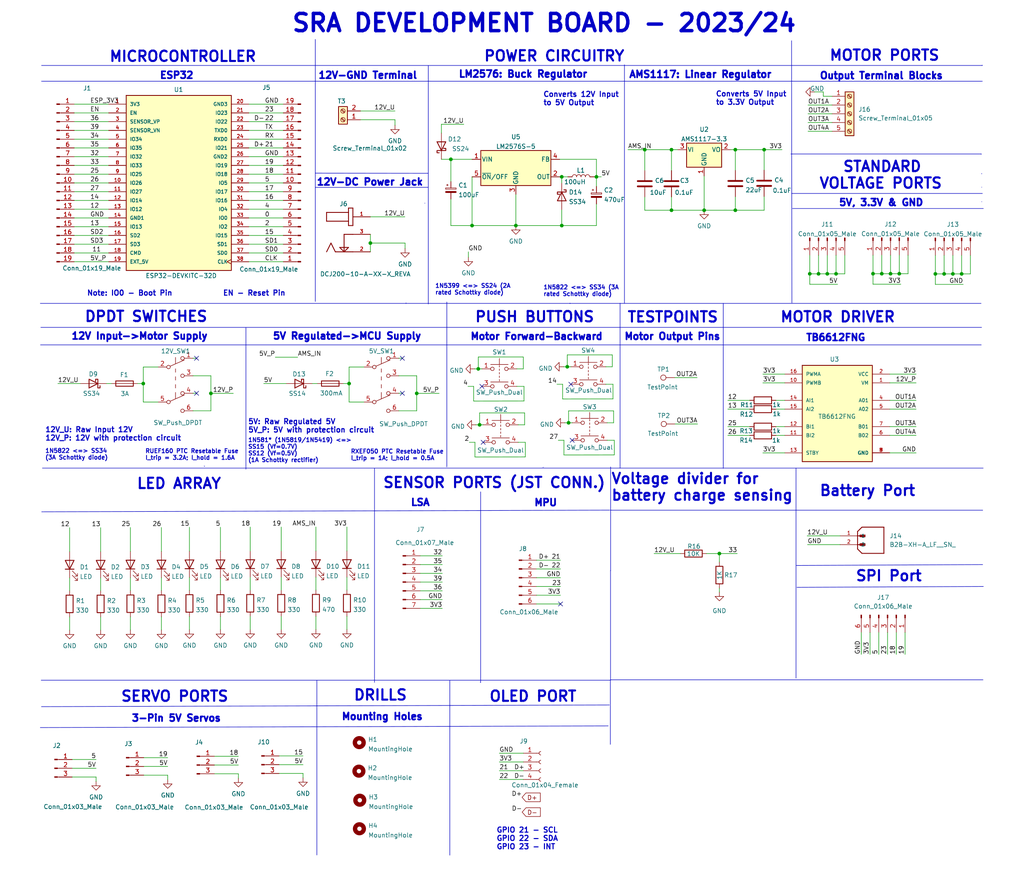
<source format=kicad_sch>
(kicad_sch (version 20231120) (generator "eeschema") (generator_version "8.0")
  (paper "User" 297.002 259.994)
  (junction (at 164.5158 106.426))
  (junction (at 186.9948 43.434))
  (junction (at 239.9284 79.4512))
  (junction (at 162.9156 51.308))
  (junction (at 276.352 79.4766))
  (junction (at 61.1632 114.1476))
  (junction (at 260.8072 79.4258))
  (junction (at 213.2584 43.434))
  (junction (at 204.216 61.0108))
  (junction (at 271.272 79.4766))
  (junction (at 130.7592 46.228))
  (junction (at 120.8532 114.1476))
  (junction (at 213.2584 61.0108))
  (junction (at 255.7272 79.4258))
  (junction (at 258.2672 79.4258))
  (junction (at 107.4166 70.5358))
  (junction (at 194.7418 43.434))
  (junction (at 101.2444 111.3028))
  (junction (at 234.8484 79.4512))
  (junction (at 253.1872 79.4258))
  (junction (at 273.812 79.4766))
  (junction (at 162.9156 65.4558))
  (junction (at 149.606 65.4558))
  (junction (at 242.4684 79.4512))
  (junction (at 237.3884 79.4512))
  (junction (at 208.6356 160.6296))
  (junction (at 172.974 51.308))
  (junction (at 139.0904 123.2662))
  (junction (at 221.615 43.434))
  (junction (at 136.906 65.4558))
  (junction (at 138.7094 107.0356))
  (junction (at 278.892 79.4766))
  (junction (at 41.5544 111.3028))
  (junction (at 164.8968 122.682))
  (junction (at 194.7418 61.0108))
  (no_connect (at 116.6876 114.1222))
  (no_connect (at 140.1318 128.3462))
  (no_connect (at 56.9976 114.1222))
  (no_connect (at 162.56 175.26))
  (no_connect (at 56.9976 103.9622))
  (no_connect (at 116.6876 103.9622))
  (no_connect (at 165.9382 127.762))
  (no_connect (at 139.7508 112.1156))
  (no_connect (at 165.5572 111.506))
  (wire (pts (xy 115.6716 103.9622) (xy 116.6876 103.9622)))
  (polyline (pts (xy 230.8574 135.8392) (xy 230.8574 196.7992)))
  (wire (pts (xy 86.3346 103.6574) (xy 79.8322 103.6574)))
  (wire (pts (xy 221.615 56.9976) (xy 221.615 61.0108)))
  (polyline (pts (xy 370.1796 138.2014) (xy 370.205 138.2014)))
  (wire (pts (xy 54.9402 167.5638) (xy 54.9402 171.2976)))
  (wire (pts (xy 163.1696 111.506) (xy 163.1696 115.7732)))
  (wire (pts (xy 61.1632 114.1476) (xy 67.6656 114.1476)))
  (wire (pts (xy 72.5678 159.893) (xy 72.5678 152.9334)))
  (wire (pts (xy 163.449 106.426) (xy 164.5158 106.426)))
  (wire (pts (xy 258.064 108.5596) (xy 265.684 108.5596)))
  (wire (pts (xy 281.432 79.4766) (xy 281.432 74.1172)))
  (wire (pts (xy 46.8122 160.02) (xy 46.8122 153.0604)))
  (wire (pts (xy 253.1872 79.4258) (xy 255.7272 79.4258)))
  (wire (pts (xy 164.5158 106.426) (xy 164.5158 102.9716)))
  (wire (pts (xy 21.5138 35.306) (xy 31.5214 35.306)))
  (polyline (pts (xy 229.362 44.6786) (xy 284.5816 44.6786)))
  (wire (pts (xy 225.044 118.7196) (xy 227.584 118.7196)))
  (wire (pts (xy 163.5506 127.762) (xy 163.5506 132.0292)))
  (wire (pts (xy 249.7836 183.5404) (xy 249.7836 189.8904)))
  (wire (pts (xy 72.5678 178.8668) (xy 72.5678 182.6768)))
  (wire (pts (xy 258.2672 79.4258) (xy 260.8072 79.4258)))
  (wire (pts (xy 177.7746 111.506) (xy 175.7172 111.506)))
  (polyline (pts (xy 124.206 19.05) (xy 124.206 88.2142)))
  (wire (pts (xy 276.352 79.4766) (xy 278.892 79.4766)))
  (wire (pts (xy 137.7442 128.3462) (xy 137.7442 132.6134)))
  (wire (pts (xy 72.5678 167.513) (xy 72.5678 171.2468)))
  (wire (pts (xy 128.016 46.228) (xy 130.7592 46.228)))
  (wire (pts (xy 20.193 160.0708) (xy 20.193 153.1112)))
  (wire (pts (xy 237.3884 79.4512) (xy 239.9284 79.4512)))
  (wire (pts (xy 208.6356 160.6296) (xy 213.8172 160.6296)))
  (polyline (pts (xy 181.102 18.796) (xy 181.102 87.9602)))
  (wire (pts (xy 41.5544 106.5022) (xy 41.5544 111.3028)))
  (wire (pts (xy 90.6018 111.3028) (xy 91.9734 111.3028)))
  (wire (pts (xy 254.8636 183.5404) (xy 254.8636 189.8904)))
  (wire (pts (xy 162.9156 60.8076) (xy 162.9156 65.4558)))
  (wire (pts (xy 172.974 59.182) (xy 172.974 65.4558)))
  (wire (pts (xy 271.272 74.1172) (xy 271.272 79.4766)))
  (wire (pts (xy 138.7094 107.0356) (xy 139.7508 107.0356)))
  (wire (pts (xy 55.9816 109.0422) (xy 61.1632 109.0422)))
  (wire (pts (xy 29.1846 167.6908) (xy 29.1846 171.4246)))
  (wire (pts (xy 234.0864 155.4988) (xy 243.6368 155.4988)))
  (wire (pts (xy 41.6814 222.4024) (xy 48.641 222.4024)))
  (wire (pts (xy 139.0904 123.2662) (xy 139.0904 119.8118)))
  (wire (pts (xy 164.5158 102.9716) (xy 177.5714 102.9716)))
  (wire (pts (xy 234.188 158.0388) (xy 243.6368 158.0388)))
  (wire (pts (xy 258.2672 74.0664) (xy 258.2672 79.4258)))
  (polyline (pts (xy 71.3232 95.0722) (xy 71.3232 136.1694)))
  (wire (pts (xy 221.234 111.0996) (xy 227.584 111.0996)))
  (wire (pts (xy 21.5138 50.546) (xy 31.5214 50.546)))
  (wire (pts (xy 260.8072 74.0664) (xy 260.8072 79.4258)))
  (wire (pts (xy 130.7592 65.4558) (xy 136.906 65.4558)))
  (wire (pts (xy 48.641 224.9424) (xy 48.641 226.2124)))
  (wire (pts (xy 162.9156 51.308) (xy 164.6936 51.308)))
  (wire (pts (xy 72.1614 60.706) (xy 82.169 60.706)))
  (wire (pts (xy 21.5138 75.946) (xy 31.5214 75.946)))
  (wire (pts (xy 258.064 111.0996) (xy 265.684 111.0996)))
  (polyline (pts (xy 284.7086 54.3052) (xy 284.7086 54.3306)))
  (wire (pts (xy 130.7592 46.228) (xy 136.906 46.228)))
  (polyline (pts (xy 284.5816 44.6786) (xy 284.5816 44.7802)))
  (wire (pts (xy 241.3 33.02) (xy 234.3404 33.02)))
  (wire (pts (xy 238.76 26.67) (xy 238.76 27.94)))
  (polyline (pts (xy 177.0634 197.3326) (xy 177.0634 165.5826)))
  (wire (pts (xy 195.8086 123.0376) (xy 202.311 123.0376)))
  (wire (pts (xy 107.4166 62.9158) (xy 117.4242 62.9158)))
  (wire (pts (xy 155.6004 162.56) (xy 162.56 162.56)))
  (wire (pts (xy 99.5934 111.3028) (xy 101.2444 111.3028)))
  (wire (pts (xy 135.8392 73.0758) (xy 135.8392 74.6506)))
  (polyline (pts (xy 91.4146 54.3814) (xy 124.206 54.356)))
  (wire (pts (xy 260.8072 79.4258) (xy 263.3472 79.4258)))
  (wire (pts (xy 100.6094 178.8414) (xy 100.6094 182.6514)))
  (wire (pts (xy 178.1556 127.762) (xy 176.0982 127.762)))
  (wire (pts (xy 241.3 38.1) (xy 234.3404 38.1)))
  (polyline (pts (xy 230.9368 164.084) (xy 284.988 163.83)))
  (wire (pts (xy 72.1614 55.626) (xy 82.169 55.626)))
  (wire (pts (xy 213.2584 57.0738) (xy 213.2584 61.0108)))
  (wire (pts (xy 163.83 122.682) (xy 164.8968 122.682)))
  (wire (pts (xy 149.606 56.388) (xy 149.606 65.4558)))
  (wire (pts (xy 234.8484 79.4512) (xy 234.8484 82.4992)))
  (wire (pts (xy 164.8968 119.2276) (xy 177.9524 119.2276)))
  (polyline (pts (xy 12.0904 148.5138) (xy 176.784 148.0312)))
  (wire (pts (xy 164.8968 122.682) (xy 164.8968 119.2276)))
  (wire (pts (xy 41.6814 219.8624) (xy 48.641 219.8624)))
  (wire (pts (xy 138.7094 103.5812) (xy 151.765 103.5812)))
  (wire (pts (xy 152.3492 132.588) (xy 152.3492 128.3462)))
  (wire (pts (xy 149.606 65.4558) (xy 162.9156 65.4558)))
  (wire (pts (xy 225.044 123.7996) (xy 227.584 123.7996)))
  (wire (pts (xy 178.1556 132.0038) (xy 178.1556 127.762)))
  (wire (pts (xy 72.1614 42.926) (xy 82.169 42.926)))
  (wire (pts (xy 63.9318 167.5638) (xy 63.9318 171.2976)))
  (wire (pts (xy 172.974 51.308) (xy 172.974 54.102)))
  (wire (pts (xy 278.892 79.4766) (xy 281.432 79.4766)))
  (wire (pts (xy 117.475 70.5358) (xy 117.475 72.1106)))
  (wire (pts (xy 114.554 34.7472) (xy 114.554 36.322)))
  (wire (pts (xy 120.8532 109.0422) (xy 120.8532 114.1476)))
  (polyline (pts (xy 229.5652 56.134) (xy 284.9118 56.134)))
  (wire (pts (xy 41.5544 116.6622) (xy 45.8216 116.6622)))
  (polyline (pts (xy 12.0396 23.5712) (xy 284.8864 23.5712)))
  (wire (pts (xy 63.9318 159.9438) (xy 63.9318 152.9842)))
  (wire (pts (xy 55.9816 114.1222) (xy 56.9976 114.1222)))
  (polyline (pts (xy 139.3952 142.7226) (xy 139.3952 198.0184)))
  (wire (pts (xy 186.9948 43.434) (xy 194.7418 43.434)))
  (wire (pts (xy 273.812 74.1172) (xy 273.812 79.4766)))
  (wire (pts (xy 175.7172 106.426) (xy 177.5714 106.426)))
  (wire (pts (xy 271.272 79.4766) (xy 273.812 79.4766)))
  (wire (pts (xy 255.7272 74.0664) (xy 255.7272 79.4258)))
  (polyline (pts (xy 12.2936 135.8392) (xy 285.1404 135.8392)))
  (wire (pts (xy 130.7592 57.7596) (xy 130.7592 65.4558)))
  (wire (pts (xy 72.1614 53.086) (xy 82.169 53.086)))
  (wire (pts (xy 46.8122 167.64) (xy 46.8122 171.3738)))
  (wire (pts (xy 121.92 173.99) (xy 128.27 173.99)))
  (wire (pts (xy 211.074 116.1796) (xy 217.424 116.1796)))
  (wire (pts (xy 234.8484 79.4512) (xy 237.3884 79.4512)))
  (wire (pts (xy 139.0904 119.8118) (xy 152.146 119.8118)))
  (wire (pts (xy 100.6094 159.8676) (xy 100.6094 152.908)))
  (wire (pts (xy 172.974 46.228) (xy 172.974 51.308)))
  (wire (pts (xy 21.5138 40.386) (xy 31.5214 40.386)))
  (polyline (pts (xy 12.0142 205.0542) (xy 176.7078 204.5716)))
  (wire (pts (xy 41.6814 224.9424) (xy 48.641 224.9424)))
  (wire (pts (xy 135.7122 112.1156) (xy 137.3632 112.1156)))
  (wire (pts (xy 120.8532 114.1476) (xy 127.3556 114.1476)))
  (wire (pts (xy 241.3 35.56) (xy 234.3404 35.56)))
  (wire (pts (xy 21.5138 60.706) (xy 31.5214 60.706)))
  (wire (pts (xy 172.974 65.4558) (xy 162.9156 65.4558)))
  (wire (pts (xy 80.9244 221.8944) (xy 87.884 221.8944)))
  (wire (pts (xy 186.9948 61.0108) (xy 194.7418 61.0108)))
  (wire (pts (xy 149.9108 107.0356) (xy 151.765 107.0356)))
  (wire (pts (xy 177.7746 115.7478) (xy 177.7746 111.506)))
  (wire (pts (xy 55.9816 103.9622) (xy 56.9976 103.9622)))
  (wire (pts (xy 172.974 51.308) (xy 174.3964 51.308)))
  (wire (pts (xy 137.6426 107.0356) (xy 138.7094 107.0356)))
  (wire (pts (xy 155.6004 170.18) (xy 162.56 170.18)))
  (wire (pts (xy 91.6178 178.8414) (xy 91.6178 182.6514)))
  (wire (pts (xy 258.064 116.1796) (xy 265.684 116.1796)))
  (wire (pts (xy 213.2584 43.434) (xy 221.615 43.434)))
  (wire (pts (xy 271.272 79.4766) (xy 271.272 82.5246)))
  (wire (pts (xy 107.4166 67.9958) (xy 107.4166 70.5358)))
  (wire (pts (xy 155.6004 165.1) (xy 162.56 165.1)))
  (wire (pts (xy 121.92 176.53) (xy 128.27 176.53)))
  (wire (pts (xy 72.1614 68.326) (xy 82.169 68.326)))
  (wire (pts (xy 20.9042 222.9358) (xy 27.8638 222.9358)))
  (wire (pts (xy 54.9402 159.9438) (xy 54.9402 152.9842)))
  (wire (pts (xy 37.8206 160.02) (xy 37.8206 153.0604)))
  (polyline (pts (xy 124.206 54.356) (xy 124.206 54.356)))
  (polyline (pts (xy 124.206 50.292) (xy 124.206 50.292)))
  (wire (pts (xy 72.1614 50.546) (xy 82.169 50.546)))
  (wire (pts (xy 177.9524 119.2276) (xy 177.9524 122.682)))
  (wire (pts (xy 237.3884 74.0918) (xy 237.3884 79.4512)))
  (wire (pts (xy 258.064 126.3396) (xy 265.684 126.3396)))
  (wire (pts (xy 208.6356 160.6296) (xy 204.9272 160.6296)))
  (wire (pts (xy 151.9682 116.3574) (xy 151.9682 112.1156)))
  (wire (pts (xy 257.4036 183.5404) (xy 257.4036 189.8904)))
  (wire (pts (xy 72.1614 45.466) (xy 82.169 45.466)))
  (wire (pts (xy 239.9284 74.0918) (xy 239.9284 79.4512)))
  (wire (pts (xy 204.216 51.054) (xy 204.216 61.0108)))
  (wire (pts (xy 258.064 123.7996) (xy 265.684 123.7996)))
  (wire (pts (xy 91.6178 167.4876) (xy 91.6178 171.2214)))
  (wire (pts (xy 20.193 179.0446) (xy 20.193 182.8546)))
  (polyline (pts (xy 229.5652 11.811) (xy 229.6668 87.884)))
  (wire (pts (xy 213.2584 61.0108) (xy 221.615 61.0108)))
  (wire (pts (xy 255.7272 79.4258) (xy 258.2672 79.4258)))
  (wire (pts (xy 151.765 226.187) (xy 144.8054 226.187)))
  (wire (pts (xy 45.8216 106.5022) (xy 41.5544 106.5022)))
  (wire (pts (xy 139.0904 123.2662) (xy 140.1318 123.2662)))
  (wire (pts (xy 137.3632 116.3828) (xy 151.9682 116.3574)))
  (wire (pts (xy 130.7592 46.228) (xy 130.7592 52.6796)))
  (polyline (pts (xy 12.0396 18.9992) (xy 284.8864 18.9992)))
  (wire (pts (xy 172.3136 51.308) (xy 172.974 51.308)))
  (wire (pts (xy 120.8532 114.1476) (xy 120.8532 119.2022)))
  (polyline (pts (xy 11.938 197.3834) (xy 177.0126 197.3834)))
  (wire (pts (xy 21.5138 37.846) (xy 31.5214 37.846)))
  (wire (pts (xy 62.1792 224.536) (xy 69.1388 224.536)))
  (polyline (pts (xy 284.734 58.5216) (xy 284.734 58.547)))
  (wire (pts (xy 105.5116 106.5022) (xy 101.2444 106.5022)))
  (polyline (pts (xy 231.14 170.434) (xy 285.1912 170.18)))
  (wire (pts (xy 61.1632 109.0422) (xy 61.1632 114.1476)))
  (wire (pts (xy 258.064 131.4196) (xy 265.684 131.4196)))
  (wire (pts (xy 87.884 224.4344) (xy 87.884 225.7044)))
  (wire (pts (xy 21.5138 70.866) (xy 31.5214 70.866)))
  (polyline (pts (xy 91.8972 197.4088) (xy 91.8972 248.1072)))
  (wire (pts (xy 136.0932 128.3462) (xy 137.7442 128.3462)))
  (wire (pts (xy 253.1872 74.0664) (xy 253.1872 79.4258)))
  (wire (pts (xy 242.4684 74.0918) (xy 242.4684 79.4512)))
  (polyline (pts (xy 11.8364 94.996) (xy 284.6832 94.996)))
  (wire (pts (xy 151.765 221.107) (xy 144.8054 221.107)))
  (wire (pts (xy 155.6004 175.26) (xy 162.56 175.26)))
  (wire (pts (xy 245.0084 79.4512) (xy 245.0084 74.0918)))
  (wire (pts (xy 29.1846 179.0446) (xy 29.1846 182.8546)))
  (wire (pts (xy 225.044 116.1796) (xy 227.584 116.1796)))
  (wire (pts (xy 21.5138 45.466) (xy 31.5214 45.466)))
  (wire (pts (xy 41.5544 111.3028) (xy 41.5544 116.6622)))
  (wire (pts (xy 259.9436 183.5404) (xy 259.9436 189.8904)))
  (wire (pts (xy 225.044 126.3396) (xy 227.584 126.3396)))
  (wire (pts (xy 37.8206 178.9938) (xy 37.8206 182.8038)))
  (wire (pts (xy 138.0236 123.2662) (xy 139.0904 123.2662)))
  (wire (pts (xy 236.22 26.67) (xy 238.76 26.67)))
  (wire (pts (xy 221.234 131.4196) (xy 227.584 131.4196)))
  (polyline (pts (xy 284.7086 50.3428) (xy 284.7086 50.4444)))
  (wire (pts (xy 100.6094 167.4876) (xy 100.6094 171.2214)))
  (wire (pts (xy 128.016 36.068) (xy 134.5184 36.068)))
  (wire (pts (xy 177.5714 102.9716) (xy 177.5714 106.426)))
  (wire (pts (xy 81.5594 159.893) (xy 81.5594 152.9334)))
  (wire (pts (xy 273.812 79.4766) (xy 276.352 79.4766)))
  (polyline (pts (xy 177.0634 197.2674) (xy 285.0896 197.2674)))
  (wire (pts (xy 62.1792 221.996) (xy 69.1388 221.996)))
  (wire (pts (xy 121.92 161.29) (xy 128.27 161.29)))
  (wire (pts (xy 194.7418 61.0108) (xy 204.216 61.0108)))
  (polyline (pts (xy 209.7532 88.0364) (xy 209.7532 135.89)))
  (polyline (pts (xy 284.8864 18.8976) (xy 284.8864 18.9992)))
  (polyline (pts (xy 177.0126 216.0016) (xy 177.0126 197.3834)))
  (polyline (pts (xy 11.684 88.0364) (xy 284.5308 88.0364)))
  (wire (pts (xy 120.8532 119.2022) (xy 115.6716 119.2022)))
  (wire (pts (xy 115.6716 114.1222) (xy 116.6876 114.1222)))
  (polyline (pts (xy 179.832 87.9856) (xy 179.832 135.8392)))
  (wire (pts (xy 161.8996 127.762) (xy 163.5506 127.762)))
  (wire (pts (xy 152.3492 128.3462) (xy 150.2918 128.3462)))
  (wire (pts (xy 21.5138 55.626) (xy 31.5214 55.626)))
  (wire (pts (xy 151.765 223.647) (xy 144.8054 223.647)))
  (wire (pts (xy 20.9042 225.4758) (xy 27.8638 225.4758)))
  (wire (pts (xy 72.1614 40.386) (xy 82.169 40.386)))
  (wire (pts (xy 164.5158 106.426) (xy 165.5572 106.426)))
  (wire (pts (xy 23.2918 111.3028) (xy 16.7894 111.3028)))
  (wire (pts (xy 21.5138 68.326) (xy 31.5214 68.326)))
  (wire (pts (xy 221.615 49.3776) (xy 221.615 43.434)))
  (wire (pts (xy 137.3632 112.1156) (xy 137.3632 116.3828)))
  (wire (pts (xy 54.9402 178.9176) (xy 54.9402 182.7276)))
  (wire (pts (xy 211.074 118.7196) (xy 217.424 118.7196)))
  (wire (pts (xy 278.892 74.1172) (xy 278.892 79.4766)))
  (wire (pts (xy 72.1614 37.846) (xy 82.169 37.846)))
  (wire (pts (xy 72.1614 35.306) (xy 82.169 35.306)))
  (wire (pts (xy 150.2918 123.2662) (xy 152.146 123.2662)))
  (wire (pts (xy 29.1846 160.0708) (xy 29.1846 153.1112)))
  (wire (pts (xy 182.118 43.434) (xy 186.9948 43.434)))
  (wire (pts (xy 194.7418 43.434) (xy 196.596 43.434)))
  (polyline (pts (xy 11.684 211.1248) (xy 176.3776 210.6422)))
  (wire (pts (xy 138.7094 107.0356) (xy 138.7094 103.5812)))
  (wire (pts (xy 162.306 51.308) (xy 162.9156 51.308)))
  (wire (pts (xy 128.016 36.068) (xy 128.016 38.608)))
  (polyline (pts (xy 176.9872 148.0566) (xy 285.0134 148.0566)))
  (wire (pts (xy 72.1614 70.866) (xy 82.169 70.866)))
  (wire (pts (xy 176.0982 122.682) (xy 177.9524 122.682)))
  (wire (pts (xy 69.1388 224.536) (xy 69.1388 225.806)))
  (wire (pts (xy 72.1614 48.006) (xy 82.169 48.006)))
  (polyline (pts (xy 91.44 11.43) (xy 91.44 87.4776)))
  (wire (pts (xy 101.2444 106.5022) (xy 101.2444 111.3028)))
  (wire (pts (xy 137.7442 132.6134) (xy 152.3492 132.588)))
  (wire (pts (xy 252.3236 183.5404) (xy 252.3236 189.8904)))
  (wire (pts (xy 253.1872 82.4738) (xy 261.2644 82.4738)))
  (wire (pts (xy 62.1792 219.456) (xy 69.1388 219.456)))
  (wire (pts (xy 239.9284 79.4512) (xy 242.4684 79.4512)))
  (wire (pts (xy 136.906 65.4558) (xy 149.606 65.4558)))
  (wire (pts (xy 234.8484 74.0918) (xy 234.8484 79.4512)))
  (wire (pts (xy 211.836 43.434) (xy 213.2584 43.434)))
  (polyline (pts (xy 229.8446 60.5028) (xy 285.1912 60.5028)))
  (wire (pts (xy 21.5138 58.166) (xy 31.5214 58.166)))
  (wire (pts (xy 30.9118 111.3028) (xy 32.3088 111.3028)))
  (wire (pts (xy 186.9948 43.434) (xy 186.9948 49.5046)))
  (wire (pts (xy 161.5186 111.506) (xy 163.1696 111.506)))
  (wire (pts (xy 21.5138 32.766) (xy 31.5214 32.766)))
  (wire (pts (xy 271.272 82.5246) (xy 279.3492 82.5246)))
  (wire (pts (xy 39.9288 111.3028) (xy 41.5544 111.3028)))
  (wire (pts (xy 104.5464 34.7472) (xy 114.554 34.7472)))
  (polyline (pts (xy 177.0888 165.5064) (xy 177.0888 135.4836)))
  (wire (pts (xy 213.2584 43.434) (xy 213.2584 49.4538)))
  (wire (pts (xy 253.1872 79.4258) (xy 253.1872 82.4738)))
  (wire (pts (xy 155.6004 172.72) (xy 162.56 172.72)))
  (wire (pts (xy 163.1696 115.7732) (xy 177.7746 115.7478)))
  (wire (pts (xy 189.6872 160.6296) (xy 197.3072 160.6296)))
  (wire (pts (xy 21.5138 63.246) (xy 31.5214 63.246)))
  (wire (pts (xy 258.064 118.7196) (xy 265.684 118.7196)))
  (wire (pts (xy 208.6356 170.688) (xy 208.6356 171.8056)))
  (wire (pts (xy 61.1632 119.2022) (xy 55.9816 119.2022)))
  (wire (pts (xy 152.146 119.8118) (xy 152.146 123.2662)))
  (polyline (pts (xy 11.7348 100.076) (xy 284.5816 100.076)))
  (wire (pts (xy 151.765 218.567) (xy 144.8054 218.567)))
  (wire (pts (xy 21.5138 42.926) (xy 31.5214 42.926)))
  (wire (pts (xy 61.1632 114.1476) (xy 61.1632 119.2022)))
  (polyline (pts (xy 130.4544 197.4596) (xy 130.4544 248.158)))
  (wire (pts (xy 234.8484 82.4992) (xy 242.9256 82.4992)))
  (wire (pts (xy 21.5138 73.406) (xy 31.5214 73.406)))
  (wire (pts (xy 21.5138 48.006) (xy 31.5214 48.006)))
  (wire (pts (xy 121.92 163.83) (xy 128.27 163.83)))
  (wire (pts (xy 104.5464 32.2072) (xy 114.554 32.2072)))
  (wire (pts (xy 27.8638 225.4758) (xy 27.8638 226.7458)))
  (wire (pts (xy 276.352 74.1172) (xy 276.352 79.4766)))
  (wire (pts (xy 221.234 108.5596) (xy 227.584 108.5596)))
  (wire (pts (xy 221.615 43.434) (xy 226.7966 43.434)))
  (polyline (pts (xy 129.5908 87.63) (xy 129.5908 135.4836)))
  (wire (pts (xy 208.6356 163.068) (xy 208.6356 160.6296)))
  (wire (pts (xy 72.1614 73.406) (xy 82.169 73.406)))
  (wire (pts (xy 107.4166 70.5358) (xy 107.4166 73.0758)))
  (wire (pts (xy 121.92 171.45) (xy 128.27 171.45)))
  (polyline (pts (xy 165.4048 88.0364) (xy 165.227 88.0364)))
  (wire (pts (xy 21.5138 53.086) (xy 31.5214 53.086)))
  (wire (pts (xy 211.074 126.3396) (xy 217.424 126.3396)))
  (wire (pts (xy 72.1614 65.786) (xy 82.169 65.786)))
  (wire (pts (xy 238.76 27.94) (xy 241.3 27.94)))
  (wire (pts (xy 155.6004 167.64) (xy 162.56 167.64)))
  (wire (pts (xy 72.1614 63.246) (xy 82.169 63.246)))
  (wire (pts (xy 262.4836 183.5404) (xy 262.4836 189.8904)))
  (polyline (pts (xy 59.182 135.2804) (xy 59.3598 135.2804)))
  (wire (pts (xy 194.7418 43.434) (xy 194.7418 49.5046)))
  (wire (pts (xy 21.5138 30.226) (xy 31.5214 30.226)))
  (wire (pts (xy 101.2444 111.3028) (xy 101.2444 116.6622)))
  (wire (pts (xy 136.906 51.308) (xy 136.906 65.4558)))
  (wire (pts (xy 80.9244 224.4344) (xy 87.884 224.4344)))
  (wire (pts (xy 91.6178 159.8676) (xy 91.6178 152.908)))
  (wire (pts (xy 81.5594 167.513) (xy 81.5594 171.2468)))
  (polyline (pts (xy 139.2936 198.0184) (xy 139.3952 198.0184)))
  (wire (pts (xy 162.9156 51.308) (xy 162.9156 53.1876)))
  (wire (pts (xy 107.4166 70.5358) (xy 117.475 70.5358)))
  (wire (pts (xy 81.5594 178.8668) (xy 81.5594 182.6768)))
  (wire (pts (xy 63.9318 178.9176) (xy 63.9318 182.7276)))
  (wire (pts (xy 21.5138 65.786) (xy 31.5214 65.786)))
  (polyline (pts (xy 177.0634 165.5826) (xy 177.0888 165.5826)))
  (wire (pts (xy 82.9818 111.3028) (xy 76.4794 111.3028)))
  (wire (pts (xy 121.92 166.37) (xy 128.27 166.37)))
  (wire (pts (xy 204.216 61.0108) (xy 213.2584 61.0108)))
  (polyline (pts (xy 91.4146 50.2412) (xy 124.206 50.292)))
  (wire (pts (xy 121.92 168.91) (xy 128.27 168.91)))
  (wire (pts (xy 46.8122 178.9938) (xy 46.8122 182.8038)))
  (wire (pts (xy 20.193 167.6908) (xy 20.193 171.4246)))
  (wire (pts (xy 151.765 103.5812) (xy 151.765 107.0356)))
  (wire (pts (xy 163.5506 132.0292) (xy 178.1556 132.0038)))
  (wire (pts (xy 162.306 46.228) (xy 172.974 46.228)))
  (polyline (pts (xy 123.2154 58.928) (xy 123.2154 58.9788)))
  (wire (pts (xy 80.9244 219.3544) (xy 87.884 219.3544)))
  (wire (pts (xy 72.1614 58.166) (xy 82.169 58.166)))
  (wire (pts (xy 20.9042 220.3958) (xy 27.8638 220.3958)))
  (wire (pts (xy 263.3472 79.4258) (xy 263.3472 74.0664)))
  (wire (pts (xy 194.7418 57.1246) (xy 194.7418 61.0108)))
  (wire (pts (xy 242.4684 79.4512) (xy 245.0084 79.4512)))
  (wire (pts (xy 164.8968 122.682) (xy 165.9382 122.682)))
  (polyline (pts (xy 157.48 135.5852) (xy 157.5562 135.5852)))
  (polyline (pts (xy 117.7036 87.9348) (xy 117.8052 87.9348)))
  (wire (pts (xy 37.8206 167.64) (xy 37.8206 171.3738)))
  (wire (pts (xy 115.6716 109.0422) (xy 120.8532 109.0422)))
  (wire (pts (xy 72.1614 75.946) (xy 82.169 75.946)))
  (wire (pts (xy 186.9948 57.1246) (xy 186.9948 61.0108)))
  (polyline (pts (xy 108.6104 135.9154) (xy 108.6104 198.0184)))
  (wire (pts (xy 151.9682 112.1156) (xy 149.9108 112.1156)))
  (wire (pts (xy 72.1614 32.766) (xy 82.169 32.766)))
  (wire (pts (xy 241.3 30.48) (xy 234.3404 30.48)))
  (wire (pts (xy 195.6816 109.5756) (xy 202.184 109.5756)))
  (wire (pts (xy 211.074 123.7996) (xy 217.424 123.7996)))
  (wire (pts (xy 101.2444 116.6622) (xy 105.5116 116.6622)))
  (wire (pts (xy 72.1614 30.226) (xy 82.169 30.226)))
  (text "5V, 3.3V & GND" (at 243.1288 60.1472 0) (effects (font (size 2 2) (thickness 0.6) (bold yes)) (justify left bottom)))
  (text "RXEF050 PTC Resetable Fuse \nI_trip = 1A; I_hold = 0.5A" (at 101.6508 133.8326 0) (effects (font (size 1.2 1.2) (bold yes)) (justify left bottom)))
  (text "Mounting Holes" (at 98.9076 209.296 0) (effects (font (size 2 2) (thickness 0.6) (bold yes)) (justify left bottom)))
  (text "SRA DEVELOPMENT BOARD - 2023/24" (at 84.2772 9.8044 0) (effects (font (size 5 5) (thickness 1) (bold yes)) (justify left bottom)))
  (text "LED ARRAY" (at 39.4462 142.2654 0) (effects (font (size 3 3) (thickness 0.6) (bold yes)) (justify left bottom)))
  (text "12V_U: Raw Input 12V\n12V_P: 12V with protection circuit" (at 13.0302 128.1684 0) (effects (font (size 1.5 1.5) (bold yes)) (justify left bottom)))
  (text "12V-GND Terminal" (at 92.1512 23.2156 0) (effects (font (size 2 2) (thickness 0.6) (bold yes)) (justify left bottom)))
  (text "1N5822 <=> SS34 (3A \nrated Schottky diode)" (at 157.5308 86.2076 0) (effects (font (size 1.2 1.2) (bold yes)) (justify left bottom)))
  (text "Output Terminal Blocks" (at 237.5662 23.3172 0) (effects (font (size 2 2) (thickness 0.6) (bold yes)) (justify left bottom)))
  (text "LSA" (at 118.9482 147.1676 0) (effects (font (size 2 2) (thickness 0.6) (bold yes)) (justify left bottom)))
  (text "MPU" (at 154.7368 147.2184 0) (effects (font (size 2 2) (thickness 0.6) (bold yes)) (justify left bottom)))
  (text "Converts 5V Input \nto 3.3V Output" (at 207.518 30.734 0) (effects (font (size 1.5 1.5) (bold yes)) (justify left bottom)))
  (text "DRILLS" (at 102.362 203.6572 0) (effects (font (size 3 3) (thickness 0.6) (bold yes)) (justify left bottom)))
  (text "SENSOR PORTS (JST CONN.)" (at 110.871 142.0114 0) (effects (font (size 3 3) (thickness 0.6) (bold yes)) (justify left bottom)))
  (text "1N5399 <=> SS24 (2A \nrated Schottky diode)" (at 126.1364 85.7758 0) (effects (font (size 1.2 1.2) (bold yes)) (justify left bottom)))
  (text "DPDT SWITCHES" (at 24.3332 93.8022 0) (effects (font (size 3 3) (thickness 0.6) (bold yes)) (justify left bottom)))
  (text "5V: Raw Regulated 5V\n5V_P: 5V with protection circuit" (at 71.882 125.8316 0) (effects (font (size 1.5 1.5) (bold yes)) (justify left bottom)))
  (text "Note: IO0 - Boot Pin             EN - Reset Pin" (at 25.146 86.106 0) (effects (font (size 1.5 1.5) (bold yes)) (justify left bottom)))
  (text "POWER CIRCUITRY" (at 140.1318 18.2118 0) (effects (font (size 3 3) (thickness 0.6) (bold yes)) (justify left bottom)))
  (text "ESP32" (at 46.1518 23.2156 0) (effects (font (size 2 2) (thickness 0.6) (bold yes)) (justify left bottom)))
  (text "RUEF160 PTC Resetable Fuse \nI_trip = 3.2A; I_hold = 1.6A" (at 42.0624 133.731 0) (effects (font (size 1.2 1.2) (bold yes)) (justify left bottom)))
  (text "LM2576: Buck Regulator" (at 132.842 22.86 0) (effects (font (size 2 2) (thickness 0.6) (bold yes)) (justify left bottom)))
  (text "MICROCONTROLLER" (at 31.496 18.3388 0) (effects (font (size 3 3) (thickness 0.6) (bold yes)) (justify left bottom)))
  (text "Battery Port" (at 237.4834 144.3123 0) (effects (font (size 3 3) (thickness 0.6) (bold yes)) (justify left bottom)))
  (text "GPIO 21 - SCL\nGPIO 22 - SDA\nGPIO 23 - INT\n" (at 143.9164 246.761 0) (effects (font (size 1.5 1.5) (bold yes)) (justify left bottom)))
  (text "TB6612FNG\n" (at 233.5784 99.314 0) (effects (font (size 2 2) (thickness 0.6) (bold yes)) (justify left bottom)))
  (text "1N5822 <=> SS34 \n(3A Schottky diode)" (at 13.0302 133.6548 0) (effects (font (size 1.2 1.2) (bold yes)) (justify left bottom)))
  (text "3-Pin 5V Servos" (at 37.9984 209.7532 0) (effects (font (size 2 2) (thickness 0.6) (bold yes)) (justify left bottom)))
  (text "SERVO PORTS" (at 34.8488 204.0128 0) (effects (font (size 3 3) (thickness 0.6) (bold yes)) (justify left bottom)))
  (text "Voltage divider for \nbattery charge sensing\n" (at 177.0888 145.6784 0) (effects (font (size 3 3) (bold yes)) (justify left bottom)))
  (text "1N581* (1N5819/1N5419) <=> \nSS15 (Vf=0.7V) \nSS12 (Vf=0.5V)\n(1A Schottky rectifier)" (at 71.882 134.3914 0) (effects (font (size 1.2 1.2) (bold yes)) (justify left bottom)))
  (text "12V Input->Motor Supply" (at 20.5232 98.8822 0) (effects (font (size 2 2) (thickness 0.6) (bold yes)) (justify left bottom)))
  (text "SPI Port\n" (at 247.9548 169.0624 0) (effects (font (size 3 3) (thickness 0.6) (bold yes)) (justify left bottom)))
  (text "5V Regulated->MCU Supply" (at 78.9432 98.8822 0) (effects (font (size 2 2) (thickness 0.6) (bold yes)) (justify left bottom)))
  (text "OLED PORT" (at 141.6812 204.0128 0) (effects (font (size 3 3) (thickness 0.6) (bold yes)) (justify left bottom)))
  (text "MOTOR PORTS\n\n" (at 240.3348 22.8346 0) (effects (font (size 3 3) (thickness 0.6) (bold yes)) (justify left bottom)))
  (text "Motor Output Pins" (at 180.8988 98.9838 0) (effects (font (size 2 2) (thickness 0.6) (bold yes)) (justify left bottom)))
  (text "MOTOR DRIVER\n" (at 226.06 93.9292 0) (effects (font (size 3 3) (thickness 0.6) (bold yes)) (justify left bottom)))
  (text "12V-DC Power Jack" (at 91.6686 54.1782 0) (effects (font (size 2 2) (thickness 0.6) (bold yes)) (justify left bottom)))
  (text "Converts 12V Input \nto 5V Output" (at 157.48 30.861 0) (effects (font (size 1.5 1.5) (bold yes)) (justify left bottom)))
  (text "TESTPOINTS" (at 181.737 93.9546 0) (effects (font (size 3 3) (thickness 0.6) (bold yes)) (justify left bottom)))
  (text "PUSH BUTTONS" (at 137.5156 93.9038 0) (effects (font (size 3 3) (thickness 0.6) (bold yes)) (justify left bottom)))
  (text "Motor Forward-Backward" (at 136.2456 98.9838 0) (effects (font (size 2 2) (thickness 0.6) (bold yes)) (justify left bottom)))
  (text "AMS1117: Linear Regulator" (at 182.2704 22.9616 0) (effects (font (size 2 2) (thickness 0.6) (bold yes)) (justify left bottom)))
  (text "   STANDARD \nVOLTAGE PORTS" (at 237.3884 55.118 0) (effects (font (size 3 3) (thickness 0.6) (bold yes)) (justify left bottom)))
  (label "32" (at 26.1366 45.466 0))
  (label "12" (at 26.1366 60.706 0))
  (label "25" (at 211.074 123.7996 0))
  (label "12" (at 211.074 116.1796 0))
  (label "12V_U" (at 189.6872 160.6296 0))
  (label "27" (at 26.1366 55.626 0))
  (label "15" (at 76.7842 68.326 0))
  (label "12V_U" (at 234.0864 155.4988 0))
  (label "17" (at 76.7842 55.626 0))
  (label "OUT2A" (at 202.184 109.5756 180))
  (label "15" (at 87.884 219.3544 180))
  (label "5V" (at 76.4794 111.3028 0))
  (label "23" (at 160.0942 170.18 0))
  (label "19" (at 48.641 219.8624 180))
  (label "RX" (at 76.7842 40.386 0))
  (label "12V_U" (at 16.7894 111.3028 0))
  (label "5V" (at 174.3964 51.308 0))
  (label "CLK" (at 76.7842 75.946 0))
  (label "19" (at 76.7842 48.006 0))
  (label "26" (at 46.8122 153.0604 180))
  (label "12V_U" (at 117.4242 62.9158 180))
  (label "36" (at 128.27 171.45 180))
  (label "5V" (at 48.641 222.4024 180))
  (label "OUT3A" (at 265.684 123.7996 180))
  (label "39" (at 26.1366 37.846 0))
  (label "SD2" (at 26.1366 68.326 0))
  (label "18" (at 69.1388 219.456 180))
  (label "34" (at 26.1366 40.386 0))
  (label "26" (at 26.1366 53.086 0))
  (label "5" (at 76.7842 53.086 0))
  (label "18" (at 72.5678 152.9334 180))
  (label "D+" (at 156.21 162.56 0))
  (label "OUT1A" (at 265.684 116.1796 180))
  (label "5V_P" (at 26.1366 75.946 0))
  (label "3V3" (at 100.6094 152.908 180))
  (label "TX" (at 76.7842 37.846 0))
  (label "16" (at 76.7842 58.166 0))
  (label "13" (at 211.074 118.7196 0))
  (label "D-" (at 151.4348 235.6612 180))
  (label "33" (at 26.1366 48.006 0))
  (label "AMS_IN" (at 86.3346 103.6574 0))
  (label "3V3" (at 144.8054 221.107 0))
  (label "39" (at 128.27 168.91 180))
  (label "21" (at 76.7842 42.926 0))
  (label "OUT3A" (at 234.3404 35.56 0))
  (label "GND" (at 144.8054 218.567 0))
  (label "3V3" (at 261.2644 82.4738 180))
  (label "5V_P" (at 127.3556 114.1476 180))
  (label "3V3" (at 221.234 108.5596 0))
  (label "GND" (at 26.1366 63.246 0))
  (label "23" (at 76.7842 32.766 0))
  (label "25" (at 37.8206 153.0604 180))
  (label "OUT3A" (at 202.311 123.0376 180))
  (label "SD0" (at 76.7842 73.406 0))
  (label "D-" (at 156.21 165.1 0))
  (label "11" (at 26.7208 73.406 0))
  (label "ESP_3V3" (at 26.1366 30.226 0))
  (label "GND" (at 76.7842 45.466 0))
  (label "OUT4A" (at 234.3404 38.1 0))
  (label "26" (at 211.074 126.3396 0))
  (label "D+" (at 73.66 42.926 0))
  (label "18" (at 259.9436 189.8904 90))
  (label "3V3" (at 265.684 108.5596 180))
  (label "4" (at 76.7842 60.706 0))
  (label "13" (at 29.1846 153.1112 180))
  (label "5V" (at 87.884 221.8944 180))
  (label "GND" (at 265.684 131.4196 180))
  (label "23" (at 257.4036 189.8904 90))
  (label "12V_P" (at 265.684 111.0996 180))
  (label "SD3" (at 26.1366 70.866 0))
  (label "36" (at 26.1366 35.306 0))
  (label "12V_U" (at 134.5184 36.068 180))
  (label "5V_P" (at 79.8322 103.6574 180))
  (label "0" (at 76.7842 63.246 0))
  (label "OUT2A" (at 234.3404 33.02 0))
  (label "3V3" (at 162.56 172.72 180))
  (label "AMS_IN" (at 182.118 43.434 0))
  (label "14" (at 26.1366 58.166 0))
  (label "21" (at 162.56 162.56 180))
  (label "33" (at 213.8172 160.6296 180))
  (label "5V" (at 69.1388 221.996 180))
  (label "2" (at 76.7842 65.786 0))
  (label "GND" (at 249.7836 189.8904 90))
  (label "35" (at 128.27 163.83 180))
  (label "18" (at 76.7842 50.546 0))
  (label "3V3" (at 221.234 111.0996 0))
  (label "GND" (at 128.27 173.99 180))
  (label "GND" (at 135.8392 73.0758 0))
  (label "5V" (at 27.8638 222.9358 180))
  (label "34" (at 128.27 166.37 180))
  (label "12V_U" (at 114.554 32.2072 180))
  (label "3V3" (at 226.7966 43.434 180))
  (label "D-" (at 73.66 35.306 0))
  (label "OUT4A" (at 265.684 126.3396 180))
  (label "D+" (at 149.098 223.647 0))
  (label "AMS_IN" (at 91.6178 152.908 180))
  (label "4" (at 135.7122 112.1156 180))
  (label "OUT1A" (at 234.3404 30.48 0))
  (label "5" (at 254.8636 189.8904 90))
  (label "25" (at 26.1366 50.546 0))
  (label "GND" (at 162.56 167.64 180))
  (label "D+" (at 151.4094 231.3686 180))
  (label "GND" (at 234.188 158.0388 0))
  (label "3V3" (at 252.3236 189.8904 90))
  (label "22" (at 144.8054 226.187 0))
  (label "EN" (at 26.1366 32.766 0))
  (label "5" (at 63.9318 152.9842 180))
  (label "32" (at 128.27 161.29 180))
  (label "15" (at 54.9402 152.9842 180))
  (label "3V3" (at 128.27 176.53 180))
  (label "5V" (at 242.9256 82.4992 180))
  (label "2" (at 136.0932 128.3462 180))
  (label "12" (at 20.193 153.1112 180))
  (label "19" (at 81.5594 152.9334 180))
  (label "35" (at 26.1366 42.926 0))
  (label "27" (at 161.8996 127.762 180))
  (label "GND" (at 279.3492 82.5246 180))
  (label "14" (at 161.5186 111.506 180))
  (label "22" (at 162.56 165.1 180))
  (label "13" (at 26.1366 65.786 0))
  (label "21" (at 144.8054 223.647 0))
  (label "GND" (at 76.7842 30.226 0))
  (label "D-" (at 149.098 226.187 0))
  (label "3V3" (at 221.234 131.4196 0))
  (label "19" (at 262.4836 189.8904 90))
  (label "5" (at 27.8638 220.3958 180))
  (label "OUT2A" (at 265.684 118.7196 180))
  (label "12V_P" (at 67.6656 114.1476 180))
  (label "22" (at 76.7842 35.306 0))
  (label "SD1" (at 76.7842 70.866 0))
  (global_label "D-" (shape input) (at 151.4348 235.6612 0) (property "Intersheetrefs" "${INTERSHEET_REFS}" (effects (hide yes))))
  (global_label "D+" (shape input) (at 151.4094 231.3686 0) (property "Intersheetrefs" "${INTERSHEET_REFS}" (effects (hide yes))))
  (symbol (lib_id "Device:R") (at 37.8206 175.1838 0) (unit 1)
    (property "Reference" "R3" (at 39.5986 174.2753 0) (effects (justify left)))
    (property "Value" "330" (at 39.5986 177.0504 0) (effects (justify left)))
    (property "Footprint" "Resistor_SMD:R_0603_1608Metric" (effects (hide yes)))
  )
  (symbol (lib_id "Connector:Conn_01x05_Male") (at 258.2672 68.9864 90) (mirror x) (unit 1)
    (property "Reference" "J12" (at 258.2672 65.0707 90))
    (property "Value" "Conn_01x05_Male" (at 258.2672 67.8458 90))
    (property "Footprint" "pin_header_connectors:1X05" (effects (hide yes)))
  )
  (symbol (lib_id "Device:R") (at 221.234 116.1796 90) (unit 1)
    (property "Reference" "R11" (at 216.6112 117.5004 90))
    (property "Value" "1k" (at 225.1964 117.475 90))
    (property "Footprint" "Resistor_SMD:R_1206_3216Metric" (effects (hide yes)))
  )
  (symbol (lib_id "Device:LED") (at 91.6178 163.6776 90) (unit 1)
    (property "Reference" "D10" (at 94.5388 164.3566 90) (effects (justify right)))
    (property "Value" "LED" (at 94.5388 167.1317 90) (effects (justify right)))
    (property "Footprint" "LED_SMD:LED_0603_1608Metric" (effects (hide yes)))
  )
  (symbol (lib_id "power:GND") (at 138.0236 123.2662 270) (unit 1)
    (property "Reference" "#PWR0102" (effects (hide yes)))
    (property "Value" "GND" (at 134.8487 123.7452 90) (effects (justify right)))
  )
  (symbol (lib_id "Connector:Conn_01x06_Male") (at 150.5204 167.64 0) (unit 1)
    (property "Reference" "J8" (at 151.638 159.2326 0))
    (property "Value" "Conn_01x06_Male" (at 153.416 177.5968 0))
    (property "Footprint" "Connector_PinHeader_2.54mm:PinHeader_1x06_P2.54mm_Vertical" (effects (hide yes)))
  )
  (symbol (lib_id "Connector:Conn_01x05_Male") (at 276.352 69.0372 90) (mirror x) (unit 1)
    (property "Reference" "J13" (at 276.352 65.1215 90))
    (property "Value" "Conn_01x05_Male" (at 276.352 67.8966 90))
    (property "Footprint" "pin_header_connectors:1X05" (effects (hide yes)))
  )
  (symbol (lib_id "power:GND") (at 149.606 65.4558 0) (unit 1)
    (property "Reference" "#PWR017" (effects (hide yes)))
    (property "Value" "GND" (at 149.606 70.0183 0))
  )
  (symbol (lib_id "power:GND") (at 72.5678 182.6768 0) (unit 1)
    (property "Reference" "#PWR09" (effects (hide yes)))
    (property "Value" "GND" (at 72.5678 187.2393 0))
  )
  (symbol (lib_id "power:GND") (at 37.8206 182.8038 0) (unit 1)
    (property "Reference" "#PWR04" (effects (hide yes)))
    (property "Value" "GND" (at 37.8206 187.3663 0))
  )
  (symbol (lib_id "Connector:TestPoint") (at 195.6816 109.5756 90) (unit 1)
    (property "Reference" "TP1" (at 192.405 107.1626 90))
    (property "Value" "TestPoint" (at 192.1256 112.3442 90))
    (property "Footprint" "testpoint_pad:pad_1,27-2,54_smd" (effects (hide yes)))
  )
  (symbol (lib_id "Connector:Conn_01x03_Male") (at 36.6014 222.4024 0) (unit 1)
    (property "Reference" "J3" (at 37.2364 215.8197 0))
    (property "Value" "Conn_01x03_Male" (at 41.9354 234.188 0))
    (property "Footprint" "pin_header_connectors:1X03" (effects (hide yes)))
  )
  (symbol (lib_id "power:GND") (at 204.216 61.0108 0) (unit 1)
    (property "Reference" "#PWR020" (effects (hide yes)))
    (property "Value" "GND" (at 204.216 65.5733 0))
  )
  (symbol (lib_id "power:GND") (at 236.22 26.67 270) (unit 1)
    (property "Reference" "#PWR019" (effects (hide yes)))
    (property "Value" "GND" (at 239.0508 25.6916 90) (effects (justify right)))
  )
  (symbol (lib_id "Device:LED") (at 20.193 163.8808 90) (unit 1)
    (property "Reference" "D1" (at 23.114 164.5598 90) (effects (justify right)))
    (property "Value" "LED" (at 23.114 167.3349 90) (effects (justify right)))
    (property "Footprint" "LED_SMD:LED_0603_1608Metric" (effects (hide yes)))
  )
  (symbol (lib_id "Switch:SW_Push_Dual") (at 145.2118 123.2662 0) (unit 1)
    (property "Reference" "SW2" (at 145.2626 118.8212 0))
    (property "Value" "SW_Push_Dual" (at 145.1864 130.6576 0))
    (property "Footprint" "tactile_smd:spst_tactile_sw_2x02_smd" (effects (hide yes)))
  )
  (symbol (lib_id "Device:R") (at 208.6356 166.878 180) (unit 1)
    (property "Reference" "R17" (at 210.0072 166.878 0) (effects (justify right)))
    (property "Value" "1K" (at 208.6864 168.2496 90) (effects (justify right)))
    (property "Footprint" "Resistor_SMD:R_1206_3216Metric" (effects (hide yes)))
  )
  (symbol (lib_id "power:GND") (at 87.884 225.7044 0) (unit 1)
    (property "Reference" "#PWR0101" (effects (hide yes)))
    (property "Value" "GND" (at 87.884 230.2669 0))
  )
  (symbol (lib_id "power:GND") (at 54.9402 182.7276 0) (unit 1)
    (property "Reference" "#PWR06" (effects (hide yes)))
    (property "Value" "GND" (at 54.9402 187.2901 0))
  )
  (symbol (lib_id "Connector:Conn_01x19_Male") (at 16.4338 53.086 0) (unit 1)
    (property "Reference" "J1" (at 25.273 25.6032 0))
    (property "Value" "Conn_01x19_Male" (at 26.6446 77.8256 0))
    (property "Footprint" "pin_header_connectors:1X19" (effects (hide yes)))
  )
  (symbol (lib_id "Mechanical:MountingHole") (at 104.2416 240.4872 0) (unit 1)
    (property "Reference" "H4" (at 106.7816 239.5787 0) (effects (justify left)))
    (property "Value" "MountingHole" (at 106.7816 242.3538 0) (effects (justify left)))
    (property "Footprint" "MountingHole:MountingHole_3.2mm_M3" (effects (hide yes)))
  )
  (symbol (lib_id "Connector:Screw_Terminal_01x05") (at 246.38 33.02 0) (unit 1)
    (property "Reference" "J16" (at 248.92 31.7499 0) (effects (justify left)))
    (property "Value" "Screw_Terminal_01x05" (at 248.92 34.2899 0) (effects (justify left)))
    (property "Footprint" "TerminalBlock:TerminalBlock_bornier-5_P5.08mm" (effects (hide yes)))
  )
  (symbol (lib_id "dc_power_jack:DCJ200-10-A-XX-X_REVA") (at 99.7966 67.9958 0) (unit 1)
    (property "Reference" "J6" (at 99.6442 59.1566 0))
    (property "Value" "DCJ200-10-A-XX-X_REVA" (at 105.9434 79.5274 0))
    (property "Footprint" "Connector_BarrelJack:BarrelJack_Wuerth_6941xx301002" (effects (hide yes)))
    (property "MANUFACTURER" "GCT" (effects (hide yes)))
  )
  (symbol (lib_id "Switch:SW_Push_Dual") (at 170.6372 106.426 0) (unit 1)
    (property "Reference" "SW4" (at 170.5864 101.6762 0))
    (property "Value" "SW_Push_Dual" (at 170.7134 113.2586 0))
    (property "Footprint" "tactile_smd:spst_tactile_sw_2x02_smd" (effects (hide yes)))
  )
  (symbol (lib_id "Diode:1N5822") (at 162.9156 56.9976 270) (unit 1)
    (property "Reference" "D14" (at 164.9476 55.7716 90) (effects (justify left)))
    (property "Value" "SS34" (at 164.9476 58.5467 90) (effects (justify left)))
    (property "Footprint" "Diode_SMD:D_SMB" (effects (hide yes)))
    (property "Datasheet" "http://www.vishay.com/docs/88526/1n5820.pdf" (effects (hide yes)))
  )
  (symbol (lib_id "power:GND") (at 63.9318 182.7276 0) (unit 1)
    (property "Reference" "#PWR07" (effects (hide yes)))
    (property "Value" "GND" (at 63.9318 187.2901 0))
  )
  (symbol (lib_id "Connector:Conn_01x04_Female") (at 156.845 221.107 0) (unit 1)
    (property "Reference" "J9" (at 150.6728 215.0872 0) (effects (justify left)))
    (property "Value" "Conn_01x04_Female" (at 148.3106 227.8126 0) (effects (justify left)))
    (property "Footprint" "pin_header_connectors:1X04" (effects (hide yes)))
  )
  (symbol (lib_id "Regulator_Switching:LM2576S-5") (at 149.606 48.768 0) (unit 1)
    (property "Reference" "U5" (at 149.606 39.7215 0))
    (property "Value" "LM2576S-5" (at 149.606 42.4966 0))
    (property "Footprint" "Package_TO_SOT_SMD:TO-263-5_TabPin3" (effects (hide yes)))
    (property "Datasheet" "http://www.ti.com/lit/ds/symlink/lm2576.pdf" (effects (hide yes)))
  )
  (symbol (lib_id "Device:R") (at 72.5678 175.0568 0) (unit 1)
    (property "Reference" "R7" (at 74.3458 174.1483 0) (effects (justify left)))
    (property "Value" "330" (at 74.3458 176.9234 0) (effects (justify left)))
    (property "Footprint" "Resistor_SMD:R_0603_1608Metric" (effects (hide yes)))
  )
  (symbol (lib_id "power:GND") (at 117.475 72.1106 0) (unit 1)
    (property "Reference" "#PWR015" (effects (hide yes)))
    (property "Value" "GND" (at 117.475 76.6731 0))
  )
  (symbol (lib_id "Device:C_Polarized_Small") (at 130.7592 55.2196 0) (unit 1)
    (property "Reference" "C1" (at 132.9182 53.765 0) (effects (justify left)))
    (property "Value" "100uF" (at 132.9182 56.5401 0) (effects (justify left)))
    (property "Footprint" "Capacitor_SMD:CP_Elec_6.3x7.7" (effects (hide yes)))
  )
  (symbol (lib_id "Device:R") (at 81.5594 175.0568 0) (unit 1)
    (property "Reference" "R8" (at 83.3374 174.1483 0) (effects (justify left)))
    (property "Value" "330" (at 83.3374 176.9234 0) (effects (justify left)))
    (property "Footprint" "Resistor_SMD:R_0603_1608Metric" (effects (hide yes)))
  )
  (symbol (lib_id "power:GND") (at 69.1388 225.806 0) (unit 1)
    (property "Reference" "#PWR012" (effects (hide yes)))
    (property "Value" "GND" (at 69.1388 230.3685 0))
  )
  (symbol (lib_id "Connector:Screw_Terminal_01x02") (at 99.4664 34.7472 180) (unit 1)
    (property "Reference" "T3" (at 99.06 29.3624 0))
    (property "Value" "Screw_Terminal_01x02" (at 107.2388 43.0276 0))
    (property "Footprint" "terminal_block:12V_1x02_tht" (effects (hide yes)))
  )
  (symbol (lib_id "TB6612FNG:ROB-14450") (at 242.824 121.2596 0) (unit 1)
    (property "Reference" "U3" (at 242.0112 104.267 0))
    (property "Value" "TB6612FNG" (at 242.7478 120.8532 0))
    (property "Footprint" "motor_driver:TB6612FNG_2" (effects (hide yes)))
    (property "PARTREV" "11-13-17" (effects (hide yes)))
    (property "MANUFACTURER" "Sparkfun Electronics" (effects (hide yes)))
    (property "STANDARD" "Manufacturer Recommendation" (effects (hide yes)))
  )
  (symbol (lib_id "Connector:Conn_01x06_Male") (at 257.4036 178.4604 270) (unit 1)
    (property "Reference" "J17" (at 256.1336 173.3804 90))
    (property "Value" "Conn_01x06_Male" (at 256.1336 175.9204 90))
    (property "Footprint" "Connector_PinHeader_2.54mm:PinHeader_1x06_P2.54mm_Vertical" (effects (hide yes)))
  )
  (symbol (lib_id "Switch:SW_Push_DPDT") (at 50.9016 111.5822 0) (unit 1)
    (property "Reference" "12V_SW1" (at 50.927 101.8794 0))
    (property "Value" "SW_Push_DPDT" (at 51.5874 122.6566 0))
    (property "Footprint" "dpdt_tht:dpdt_sw_2x03_tht" (effects (hide yes)))
  )
  (symbol (lib_id "Device:LED") (at 100.6094 163.6776 90) (unit 1)
    (property "Reference" "D11" (at 103.5304 164.3566 90) (effects (justify right)))
    (property "Value" "LED" (at 103.5304 167.1317 90) (effects (justify right)))
    (property "Footprint" "LED_SMD:LED_0603_1608Metric" (effects (hide yes)))
  )
  (symbol (lib_id "Device:R") (at 201.1172 160.6296 90) (unit 1)
    (property "Reference" "R16" (at 201.2696 158.5468 90))
    (property "Value" "10K" (at 201.1172 160.6804 90))
    (property "Footprint" "Resistor_SMD:R_1206_3216Metric" (effects (hide yes)))
  )
  (symbol (lib_id "ESP32-DEVKITCv4-32D:ESP32-DEVKITC-32D") (at 51.8414 53.086 0) (unit 1)
    (property "Reference" "U1" (at 51.7906 26.0096 0))
    (property "Value" "ESP32-DEVKITC-32D" (at 52.5526 80.01 0))
    (property "Footprint" "MCU_ESP32:ESP32-DEVKITCv4-32D" (effects (hide yes)))
    (property "PARTREV" "4" (effects (hide yes)))
    (property "MANUFACTURER" "Espressif Systems" (effects (hide yes)))
  )
  (symbol (lib_id "power:GND") (at 163.83 122.682 270) (unit 1)
    (property "Reference" "#PWR0104" (effects (hide yes)))
    (property "Value" "GND" (at 160.6551 123.161 90) (effects (justify right)))
  )
  (symbol (lib_id "Switch:SW_Push_Dual") (at 144.8308 107.0356 0) (unit 1)
    (property "Reference" "SW1" (at 144.8308 102.1842 0))
    (property "Value" "SW_Push_Dual" (at 144.8308 113.8428 0))
    (property "Footprint" "tactile_smd:spst_tactile_sw_2x02_smd" (effects (hide yes)))
  )
  (symbol (lib_id "Regulator_Linear:AMS1117-3.3") (at 204.216 43.434 0) (unit 1)
    (property "Reference" "U2" (at 204.216 37.5625 0))
    (property "Value" "AMS1117-3.3" (at 204.216 40.3376 0))
    (property "Footprint" "Package_TO_SOT_SMD:SOT-223-3_TabPin2" (effects (hide yes)))
    (property "Datasheet" "http://www.advanced-monolithic.com/pdf/ds1117.pdf" (effects (hide yes)))
  )
  (symbol (lib_id "Connector:Conn_01x05_Male") (at 239.9284 69.0118 90) (mirror x) (unit 1)
    (property "Reference" "J11" (at 239.9284 65.0961 90))
    (property "Value" "Conn_01x05_Male" (at 239.9284 67.8712 90))
    (property "Footprint" "pin_header_connectors:1X05" (effects (hide yes)))
  )
  (symbol (lib_id "power:GND") (at 163.449 106.426 270) (unit 1)
    (property "Reference" "#PWR0103" (effects (hide yes)))
    (property "Value" "GND" (at 160.2741 106.905 90) (effects (justify right)))
  )
  (symbol (lib_id "Device:Fuse") (at 36.1188 111.3028 90) (unit 1)
    (property "Reference" "F1" (at 36.0172 108.7628 90))
    (property "Value" "3A" (at 36.195 114.2492 90))
    (property "Footprint" "RUEF150_3,2A_trip:RUEF160" (effects (hide yes)))
  )
  (symbol (lib_id "Device:R") (at 100.6094 175.0314 0) (unit 1)
    (property "Reference" "R10" (at 102.3874 174.1229 0) (effects (justify left)))
    (property "Value" "330" (at 102.3874 176.898 0) (effects (justify left)))
    (property "Footprint" "Resistor_SMD:R_0603_1608Metric" (effects (hide yes)))
  )
  (symbol (lib_id "Mechanical:MountingHole") (at 104.3432 232.2068 0) (unit 1)
    (property "Reference" "H3" (at 106.8832 231.2983 0) (effects (justify left)))
    (property "Value" "MountingHole" (at 106.8832 234.0734 0) (effects (justify left)))
    (property "Footprint" "MountingHole:MountingHole_3.2mm_M3" (effects (hide yes)))
  )
  (symbol (lib_id "Device:R") (at 91.6178 175.0314 0) (unit 1)
    (property "Reference" "R9" (at 93.3958 174.1229 0) (effects (justify left)))
    (property "Value" "470" (at 93.3958 176.898 0) (effects (justify left)))
    (property "Footprint" "Resistor_SMD:R_0603_1608Metric" (effects (hide yes)))
  )
  (symbol (lib_id "Device:C") (at 213.2584 53.2638 0) (unit 1)
    (property "Reference" "C5" (at 216.1794 52.3553 0) (effects (justify left)))
    (property "Value" "22uF" (at 216.1794 55.1304 0) (effects (justify left)))
    (property "Footprint" "Capacitor_SMD:C_0603_1608Metric" (effects (hide yes)))
  )
  (symbol (lib_id "power:GND") (at 81.5594 182.6768 0) (unit 1)
    (property "Reference" "#PWR010" (effects (hide yes)))
    (property "Value" "GND" (at 81.5594 187.2393 0))
  )
  (symbol (lib_id "Device:LED") (at 29.1846 163.8808 90) (unit 1)
    (property "Reference" "D2" (at 32.1056 164.5598 90) (effects (justify right)))
    (property "Value" "LED" (at 32.1056 167.3349 90) (effects (justify right)))
    (property "Footprint" "LED_SMD:LED_0603_1608Metric" (effects (hide yes)))
  )
  (symbol (lib_id "Diode:1N5822") (at 86.7918 111.3028 180) (unit 1)
    (property "Reference" "D13" (at 86.741 108.5596 0))
    (property "Value" "SS14" (at 86.233 114.1984 0))
    (property "Footprint" "Diode_SMD:D_SMA" (effects (hide yes)))
    (property "Datasheet" "http://www.vishay.com/docs/88526/1n5820.pdf" (effects (hide yes)))
  )
  (symbol (lib_id "Device:LED") (at 37.8206 163.83 90) (unit 1)
    (property "Reference" "D3" (at 40.7416 164.509 90) (effects (justify right)))
    (property "Value" "LED" (at 40.7416 167.2841 90) (effects (justify right)))
    (property "Footprint" "LED_SMD:LED_0603_1608Metric" (effects (hide yes)))
  )
  (symbol (lib_id "Device:LED") (at 72.5678 163.703 90) (unit 1)
    (property "Reference" "D7" (at 75.4888 164.382 90) (effects (justify right)))
    (property "Value" "LED" (at 75.4888 167.1571 90) (effects (justify right)))
    (property "Footprint" "LED_SMD:LED_0603_1608Metric" (effects (hide yes)))
  )
  (symbol (lib_id "Device:R") (at 221.234 123.7996 90) (unit 1)
    (property "Reference" "R13" (at 216.408 125.0696 90))
    (property "Value" "1k" (at 225.1964 125.0442 90))
    (property "Footprint" "Resistor_SMD:R_1206_3216Metric" (effects (hide yes)))
  )
  (symbol (lib_id "power:GND") (at 46.8122 182.8038 0) (unit 1)
    (property "Reference" "#PWR05" (effects (hide yes)))
    (property "Value" "GND" (at 46.8122 187.3663 0))
  )
  (symbol (lib_id "Device:LED") (at 54.9402 163.7538 90) (unit 1)
    (property "Reference" "D5" (at 57.8612 164.4328 90) (effects (justify right)))
    (property "Value" "LED" (at 57.8612 167.2079 90) (effects (justify right)))
    (property "Footprint" "LED_SMD:LED_0603_1608Metric" (effects (hide yes)))
  )
  (symbol (lib_id "Device:R") (at 54.9402 175.1076 0) (unit 1)
    (property "Reference" "R5" (at 56.7182 174.1991 0) (effects (justify left)))
    (property "Value" "330" (at 56.7182 176.9742 0) (effects (justify left)))
    (property "Footprint" "Resistor_SMD:R_0603_1608Metric" (effects (hide yes)))
  )
  (symbol (lib_id "Connector:Conn_01x19_Male") (at 87.249 53.086 180) (unit 1)
    (property "Reference" "J5" (at 76.073 25.4 0) (effects (justify right)))
    (property "Value" "Conn_01x19_Male" (at 69.4182 78.1304 0) (effects (justify right)))
    (property "Footprint" "pin_header_connectors:1X19" (effects (hide yes)))
  )
  (symbol (lib_id "Device:Fuse") (at 95.7834 111.3028 90) (unit 1)
    (property "Reference" "F2" (at 95.5802 108.458 90))
    (property "Value" "300mA" (at 96.0882 114.0968 90))
    (property "Footprint" "RXEF050_1A_trip:RXEF050" (effects (hide yes)))
  )
  (symbol (lib_id "power:GND") (at 135.8392 74.6506 0) (unit 1)
    (property "Reference" "#PWR016" (effects (hide yes)))
    (property "Value" "GND" (at 135.8392 79.2131 0))
  )
  (symbol (lib_id "Device:LED") (at 46.8122 163.83 90) (unit 1)
    (property "Reference" "D4" (at 49.7332 164.509 90) (effects (justify right)))
    (property "Value" "LED" (at 49.7332 167.2841 90) (effects (justify right)))
    (property "Footprint" "LED_SMD:LED_0603_1608Metric" (effects (hide yes)))
  )
  (symbol (lib_id "power:GND") (at 27.8638 226.7458 0) (unit 1)
    (property "Reference" "#PWR03" (effects (hide yes)))
    (property "Value" "GND" (at 27.8638 231.3083 0))
  )
  (symbol (lib_id "Connector:Conn_01x07_Male") (at 116.84 168.91 0) (unit 1)
    (property "Reference" "J7" (at 121.92 153.67 0))
    (property "Value" "Conn_01x07_Male" (at 123.19 157.48 0))
    (property "Footprint" "Connector_PinHeader_2.54mm:PinHeader_1x07_P2.54mm_Vertical" (effects (hide yes)))
  )
  (symbol (lib_id "Device:R") (at 46.8122 175.1838 0) (unit 1)
    (property "Reference" "R4" (at 48.5902 174.2753 0) (effects (justify left)))
    (property "Value" "330" (at 48.5902 177.0504 0) (effects (justify left)))
    (property "Footprint" "Resistor_SMD:R_0603_1608Metric" (effects (hide yes)))
  )
  (symbol (lib_id "Device:C") (at 221.615 53.1876 0) (unit 1)
    (property "Reference" "C4" (at 224.536 52.2791 0) (effects (justify left)))
    (property "Value" "0.1uF" (at 224.0534 55.2704 0) (effects (justify left)))
    (property "Footprint" "Capacitor_SMD:C_0603_1608Metric" (effects (hide yes)))
  )
  (symbol (lib_id "Device:C") (at 194.7418 53.3146 0) (unit 1)
    (property "Reference" "C3" (at 197.1548 52.4061 0) (effects (justify left)))
    (property "Value" "0.1uF" (at 195.6562 55.8546 0) (effects (justify left)))
    (property "Footprint" "Capacitor_SMD:C_0603_1608Metric" (effects (hide yes)))
  )
  (symbol (lib_id "Device:LED") (at 63.9318 163.7538 90) (unit 1)
    (property "Reference" "D6" (at 66.8528 164.4328 90) (effects (justify right)))
    (property "Value" "LED" (at 66.8528 167.2079 90) (effects (justify right)))
    (property "Footprint" "LED_SMD:LED_0603_1608Metric" (effects (hide yes)))
  )
  (symbol (lib_id "Device:R") (at 221.234 118.7196 90) (unit 1)
    (property "Reference" "R12" (at 216.4842 120.2182 90))
    (property "Value" "1k" (at 225.2472 120.1166 90))
    (property "Footprint" "Resistor_SMD:R_1206_3216Metric" (effects (hide yes)))
  )
  (symbol (lib_id "power:GND") (at 48.641 226.2124 0) (unit 1)
    (property "Reference" "#PWR08" (effects (hide yes)))
    (property "Value" "GND" (at 48.641 230.7749 0))
  )
  (symbol (lib_id "power:GND") (at 114.554 36.322 0) (unit 1)
    (property "Reference" "#PWR014" (effects (hide yes)))
    (property "Value" "GND" (at 114.554 40.8845 0))
  )
  (symbol (lib_id "Diode:1N5822") (at 128.016 42.418 90) (unit 1)
    (property "Reference" "D12" (at 131.826 40.386 90))
    (property "Value" "SS24" (at 133.604 43.18 90))
    (property "Footprint" "Diode_SMD:D_SMA" (effects (hide yes)))
    (property "Datasheet" "http://www.vishay.com/docs/88526/1n5820.pdf" (effects (hide yes)))
  )
  (symbol (lib_id "power:GND") (at 29.1846 182.8546 0) (unit 1)
    (property "Reference" "#PWR02" (effects (hide yes)))
    (property "Value" "GND" (at 29.1846 187.4171 0))
  )
  (symbol (lib_name "GND_1") (lib_id "power:GND") (at 208.6356 171.8056 0) (unit 1)
    (property "Reference" "#PWR021" (effects (hide yes)))
    (property "Value" "GND" (at 208.6356 177.2412 0))
  )
  (symbol (lib_id "Switch:SW_Push_DPDT") (at 110.5916 111.5822 0) (unit 1)
    (property "Reference" "5V_SW1" (at 110.617 101.8794 0))
    (property "Value" "SW_Push_DPDT" (at 117.0432 123.0122 0))
    (property "Footprint" "dpdt_tht:dpdt_sw_2x03_tht" (effects (hide yes)))
  )
  (symbol (lib_id "Connector:Conn_01x03_Male") (at 75.8444 221.8944 0) (unit 1)
    (property "Reference" "J10" (at 76.4794 215.3117 0))
    (property "Value" "Conn_01x03_Male" (at 80.9752 234.188 0))
    (property "Footprint" "pin_header_connectors:1X03" (effects (hide yes)))
  )
  (symbol (lib_id "power:GND") (at 20.193 182.8546 0) (unit 1)
    (property "Reference" "#PWR01" (effects (hide yes)))
    (property "Value" "GND" (at 20.193 187.4171 0))
  )
  (symbol (lib_id "Device:R") (at 29.1846 175.2346 0) (unit 1)
    (property "Reference" "R2" (at 30.9626 174.3261 0) (effects (justify left)))
    (property "Value" "330" (at 30.9626 177.1012 0) (effects (justify left)))
    (property "Footprint" "Resistor_SMD:R_0603_1608Metric" (effects (hide yes)))
  )
  (symbol (lib_id "Switch:SW_Push_Dual") (at 171.0182 122.682 0) (unit 1)
    (property "Reference" "SW3" (at 171.0182 118.0846 0))
    (property "Value" "SW_Push_Dual" (at 171.0182 129.8194 0))
    (property "Footprint" "tactile_smd:spst_tactile_sw_2x02_smd" (effects (hide yes)))
  )
  (symbol (lib_id "power:GND") (at 91.6178 182.6514 0) (unit 1)
    (property "Reference" "#PWR011" (effects (hide yes)))
    (property "Value" "GND" (at 91.6178 187.2139 0))
  )
  (symbol (lib_id "Device:R") (at 63.9318 175.1076 0) (unit 1)
    (property "Reference" "R6" (at 65.7098 174.1991 0) (effects (justify left)))
    (property "Value" "330" (at 65.7098 176.9742 0) (effects (justify left)))
    (property "Footprint" "Resistor_SMD:R_0603_1608Metric" (effects (hide yes)))
  )
  (symbol (lib_id "Connector:TestPoint") (at 195.8086 123.0376 90) (unit 1)
    (property "Reference" "TP2" (at 192.532 120.6246 90))
    (property "Value" "TestPoint" (at 192.2526 125.8062 90))
    (property "Footprint" "testpoint_pad:pad_1,27-2,54_smd" (effects (hide yes)))
  )
  (symbol (lib_id "Power JST:B2B-XH-A_LF__SN_") (at 248.7168 158.0388 0) (unit 1)
    (property "Reference" "J14" (at 257.9624 155.4988 0) (effects (justify left)))
    (property "Value" "B2B-XH-A_LF__SN_" (at 257.9624 158.0388 0) (effects (justify left)))
    (property "Footprint" "Power JST Connector:JST_B2B-XH-A_LF__SN_" (effects (hide yes)))
    (property "Description" "\nConnector Header Through Hole 2 position 0.098 (2.50mm)\n" (effects (hide yes)))
    (property "MF" "JST Sales" (effects (hide yes)))
    (property "MAXIMUM_PACKAGE_HEIGHT" "7 mm" (effects (hide yes)))
    (property "Package" "None" (effects (hide yes)))
    (property "Price" "None" (effects (hide yes)))
    (property "Check_prices" "https://www.snapeda.com/parts/B2B-XH-A(LF)(SN)/JST+Sales+America+Inc./view-part/?ref=eda" (effects (hide yes)))
    (property "STANDARD" "Manufacturer Recommendations" (effects (hide yes)))
    (property "PARTREV" "N/A" (effects (hide yes)))
    (property "SnapEDA_Link" "https://www.snapeda.com/parts/B2B-XH-A(LF)(SN)/JST+Sales+America+Inc./view-part/?ref=snap" (effects (hide yes)))
    (property "MP" "B2B-XH-A(LF)(SN)" (effects (hide yes)))
    (property "Availability" "In Stock" (effects (hide yes)))
    (property "MANUFACTURER" "JST Sales" (effects (hide yes)))
  )
  (symbol (lib_id "Device:R") (at 20.193 175.2346 0) (unit 1)
    (property "Reference" "R1" (at 21.971 174.3261 0) (effects (justify left)))
    (property "Value" "330" (at 21.971 177.1012 0) (effects (justify left)))
    (property "Footprint" "Resistor_SMD:R_0603_1608Metric" (effects (hide yes)))
  )
  (symbol (lib_id "Device:LED") (at 81.5594 163.703 90) (unit 1)
    (property "Reference" "D8" (at 84.4804 164.382 90) (effects (justify right)))
    (property "Value" "LED" (at 84.4804 167.1571 90) (effects (justify right)))
    (property "Footprint" "LED_SMD:LED_0603_1608Metric" (effects (hide yes)))
  )
  (symbol (lib_id "Diode:1N5822") (at 27.1018 111.3028 180) (unit 1)
    (property "Reference" "D9" (at 27.051 108.5596 0))
    (property "Value" "SS34" (at 26.543 114.1984 0))
    (property "Footprint" "Diode_SMD:D_SMB" (effects (hide yes)))
    (property "Datasheet" "http://www.vishay.com/docs/88526/1n5820.pdf" (effects (hide yes)))
  )
  (symbol (lib_id "Device:C_Polarized_Small") (at 172.974 56.642 0) (unit 1)
    (property "Reference" "C2" (at 175.133 55.1874 0) (effects (justify left)))
    (property "Value" "470uF" (at 175.133 57.9625 0) (effects (justify left)))
    (property "Footprint" "Capacitor_SMD:CP_Elec_8x10" (effects (hide yes)))
  )
  (symbol (lib_id "power:GND") (at 100.6094 182.6514 0) (unit 1)
    (property "Reference" "#PWR013" (effects (hide yes)))
    (property "Value" "GND" (at 100.6094 187.2139 0))
  )
  (symbol (lib_id "Mechanical:MountingHole") (at 104.0892 223.774 0) (unit 1)
    (property "Reference" "H2" (at 106.6292 222.8655 0) (effects (justify left)))
    (property "Value" "MountingHole" (at 106.6292 225.6406 0) (effects (justify left)))
    (property "Footprint" "MountingHole:MountingHole_3.2mm_M3" (effects (hide yes)))
  )
  (symbol (lib_id "Connector:Conn_01x03_Male") (at 15.8242 222.9358 0) (unit 1)
    (property "Reference" "J2" (at 16.4592 216.3531 0))
    (property "Value" "Conn_01x03_Male" (at 21.1328 234.0864 0))
    (property "Footprint" "pin_header_connectors:1X03" (effects (hide yes)))
  )
  (symbol (lib_id "power:GND") (at 137.6426 107.0356 270) (unit 1)
    (property "Reference" "#PWR018" (effects (hide yes)))
    (property "Value" "GND" (at 134.4677 107.5146 90) (effects (justify right)))
  )
  (symbol (lib_id "Device:L") (at 168.5036 51.308 90) (unit 1)
    (property "Reference" "L1" (at 168.4528 49.4284 90))
    (property "Value" "100uH" (at 166.7256 52.7812 90))
    (property "Footprint" "inductor:CDRH127_inductor_smd" (effects (hide yes)))
  )
  (symbol (lib_id "Mechanical:MountingHole") (at 104.1908 215.4936 0) (unit 1)
    (property "Reference" "H1" (at 106.7308 214.5851 0) (effects (justify left)))
    (property "Value" "MountingHole" (at 106.7308 217.3602 0) (effects (justify left)))
    (property "Footprint" "MountingHole:MountingHole_3.2mm_M3" (effects (hide yes)))
  )
  (symbol (lib_id "Device:C") (at 186.9948 53.3146 0) (unit 1)
    (property "Reference" "C6" (at 189.9158 52.4061 0) (effects (justify left)))
    (property "Value" "10uF" (at 188.4172 55.8546 0) (effects (justify left)))
    (property "Footprint" "Capacitor_SMD:C_0603_1608Metric" (effects (hide yes)))
  )
  (symbol (lib_id "Connector:Conn_01x03_Male") (at 57.0992 221.996 0) (unit 1)
    (property "Reference" "J4" (at 57.7342 215.4133 0))
    (property "Value" "Conn_01x03_Male" (at 62.0522 234.2642 0))
    (property "Footprint" "pin_header_connectors:1X03" (effects (hide yes)))
  )
  (symbol (lib_id "Device:R") (at 221.234 126.3396 90) (unit 1)
    (property "Reference" "R14" (at 216.3826 127.762 90))
    (property "Value" "1k" (at 225.0948 127.7874 90))
    (property "Footprint" "Resistor_SMD:R_1206_3216Metric" (effects (hide yes)))
  )
)
</source>
